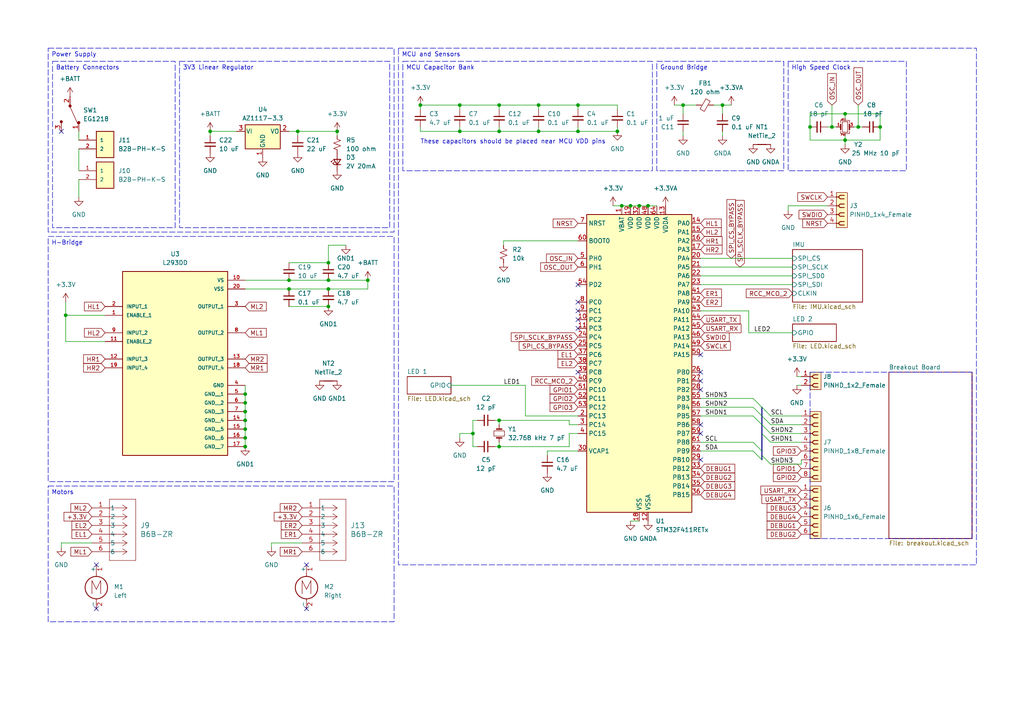
<source format=kicad_sch>
(kicad_sch (version 20230121) (generator eeschema)
  (paper "A4")
  (title_block (title "Mouse Potato") (date "2024-01-16") (rev "1.1.0") (company "UCLA Micromouse 2023-24 Team 2"))
  (lib_symbols
    (symbol "B2B-PH-K-S_LF__SN_:B2B-PH-K-S_LF__SN_" (pin_names (offset 1.016))
      (property "Reference" "J" (at -2.5444 3.3077 0))
      (property "Value" "B2B-PH-K-S_LF__SN_" (at -2.5446 -7.6338 0))
      (symbol "B2B-PH-K-S_LF__SN__0_0"
        (pin passive line (at -7.62 0 0) (length 5.08) (name "1") (number "1"))
        (pin passive line (at -7.62 -2.54 0) (length 5.08) (name "2") (number "2"))
      )
    )
    (symbol "B6B_ZR:B6B-ZR" (pin_names (offset 0.254))
      (property "Reference" "J" (at 8.89 6.35 0))
      (property "Value" "B6B-ZR" (at 0 0 0))
      (symbol "B6B-ZR_1_1"
        (pin unspecified line (at 0 0 0) (length 5.08) (name "1") (number "1"))
        (pin unspecified line (at 0 -2.54 0) (length 5.08) (name "2") (number "2"))
        (pin unspecified line (at 0 -5.08 0) (length 5.08) (name "3") (number "3"))
        (pin unspecified line (at 0 -7.62 0) (length 5.08) (name "4") (number "4"))
        (pin unspecified line (at 0 -10.16 0) (length 5.08) (name "5") (number "5"))
        (pin unspecified line (at 0 -12.7 0) (length 5.08) (name "6") (number "6"))
      )
      (symbol "B6B-ZR_1_2"
        (pin unspecified line (at 0 0 0) (length 5.08) (name "1") (number "1"))
        (pin unspecified line (at 0 -2.54 0) (length 5.08) (name "2") (number "2"))
        (pin unspecified line (at 0 -5.08 0) (length 5.08) (name "3") (number "3"))
        (pin unspecified line (at 0 -7.62 0) (length 5.08) (name "4") (number "4"))
        (pin unspecified line (at 0 -10.16 0) (length 5.08) (name "5") (number "5"))
        (pin unspecified line (at 0 -12.7 0) (length 5.08) (name "6") (number "6"))
      )
    )
    (symbol "Device:C_Small" (pin_numbers hide) (pin_names (offset 0.254) hide)
      (property "Reference" "C" (at 0.254 1.778 0))
      (property "Value" "C_Small" (at 0.254 -2.032 0))
      (symbol "C_Small_1_1"
        (pin passive line (at 0 2.54 270) (length 2.032) (name "~") (number "1"))
        (pin passive line (at 0 -2.54 90) (length 2.032) (name "~") (number "2"))
      )
    )
    (symbol "Device:Crystal_GND24_Small" (pin_names (offset 1.016) hide)
      (property "Reference" "Y" (at 1.27 4.445 0))
      (property "Value" "Crystal_GND24_Small" (at 1.27 2.54 0))
      (symbol "Crystal_GND24_Small_1_1"
        (pin passive line (at -2.54 0 0) (length 1.27) (name "1") (number "1"))
        (pin passive line (at 0 -2.54 90) (length 0.635) (name "2") (number "2"))
        (pin passive line (at 2.54 0 180) (length 1.27) (name "3") (number "3"))
        (pin passive line (at 0 2.54 270) (length 0.635) (name "4") (number "4"))
      )
    )
    (symbol "Device:Crystal_Small" (pin_numbers hide) (pin_names (offset 1.016) hide)
      (property "Reference" "Y" (at 0 2.54 0))
      (property "Value" "Crystal_Small" (at 0 -2.54 0))
      (symbol "Crystal_Small_1_1"
        (pin passive line (at -2.54 0 0) (length 1.27) (name "1") (number "1"))
        (pin passive line (at 2.54 0 180) (length 1.27) (name "2") (number "2"))
      )
    )
    (symbol "Device:FerriteBead_Small" (pin_numbers hide) (pin_names (offset 0))
      (property "Reference" "FB" (at 1.905 1.27 0))
      (property "Value" "FerriteBead_Small" (at 1.905 -1.27 0))
      (symbol "FerriteBead_Small_1_1"
        (pin passive line (at 0 2.54 270) (length 1.27) (name "~") (number "1"))
        (pin passive line (at 0 -2.54 90) (length 1.27) (name "~") (number "2"))
      )
    )
    (symbol "Device:LED_Small" (pin_numbers hide) (pin_names (offset 0.254) hide)
      (property "Reference" "D" (at -1.27 3.175 0))
      (property "Value" "LED_Small" (at -4.445 -2.54 0))
      (symbol "LED_Small_1_1"
        (pin passive line (at -2.54 0 0) (length 1.778) (name "K") (number "1"))
        (pin passive line (at 2.54 0 180) (length 1.778) (name "A") (number "2"))
      )
    )
    (symbol "Device:NetTie_2" (pin_numbers hide) (pin_names (offset 0) hide) (in_bom no)
      (property "Reference" "NT" (at 0 1.27 0))
      (property "Value" "NetTie_2" (at 0 -1.27 0))
      (symbol "NetTie_2_1_1"
        (pin passive line (at -2.54 0 0) (length 2.54) (name "1") (number "1"))
        (pin passive line (at 2.54 0 180) (length 2.54) (name "2") (number "2"))
      )
    )
    (symbol "Device:R_Small_US" (pin_numbers hide) (pin_names (offset 0.254) hide)
      (property "Reference" "R" (at 0.762 0.508 0))
      (property "Value" "R_Small_US" (at 0.762 -1.016 0))
      (symbol "R_Small_US_1_1"
        (pin passive line (at 0 2.54 270) (length 1.016) (name "~") (number "1"))
        (pin passive line (at 0 -2.54 90) (length 1.016) (name "~") (number "2"))
      )
    )
    (symbol "L293DD:L293DD" (pin_names (offset 1.016))
      (property "Reference" "U" (at -15 18.7 0))
      (property "Value" "L293DD" (at -15 -37.78 0))
      (symbol "L293DD_0_0"
        (pin input line (at -20.32 5.08 0) (length 5.08) (name "ENABLE_1") (number "1"))
        (pin power_in line (at 20.32 15.24 180) (length 5.08) (name "VS") (number "10"))
        (pin input line (at -20.32 -2.54 0) (length 5.08) (name "ENABLE_2") (number "11"))
        (pin input line (at -20.32 -7.62 0) (length 5.08) (name "INPUT_3") (number "12"))
        (pin output line (at 20.32 -7.62 180) (length 5.08) (name "OUTPUT_3") (number "13"))
        (pin power_in line (at 20.32 -25.4 180) (length 5.08) (name "GND__4") (number "14"))
        (pin power_in line (at 20.32 -27.94 180) (length 5.08) (name "GND__5") (number "15"))
        (pin power_in line (at 20.32 -30.48 180) (length 5.08) (name "GND__6") (number "16"))
        (pin power_in line (at 20.32 -33.02 180) (length 5.08) (name "GND__7") (number "17"))
        (pin output line (at 20.32 -10.16 180) (length 5.08) (name "OUTPUT_4") (number "18"))
        (pin input line (at -20.32 -10.16 0) (length 5.08) (name "INPUT_4") (number "19"))
        (pin input line (at -20.32 7.62 0) (length 5.08) (name "INPUT_1") (number "2"))
        (pin power_in line (at 20.32 12.7 180) (length 5.08) (name "VSS") (number "20"))
        (pin output line (at 20.32 7.62 180) (length 5.08) (name "OUTPUT_1") (number "3"))
        (pin power_in line (at 20.32 -15.24 180) (length 5.08) (name "GND") (number "4"))
        (pin power_in line (at 20.32 -17.78 180) (length 5.08) (name "GND__1") (number "5"))
        (pin power_in line (at 20.32 -20.32 180) (length 5.08) (name "GND__2") (number "6"))
        (pin power_in line (at 20.32 -22.86 180) (length 5.08) (name "GND__3") (number "7"))
        (pin output line (at 20.32 0 180) (length 5.08) (name "OUTPUT_2") (number "8"))
        (pin input line (at -20.32 0 0) (length 5.08) (name "INPUT_2") (number "9"))
      )
    )
    (symbol "MCU_ST_STM32F4:STM32F411RETx"
      (property "Reference" "U" (at -15.24 44.45 0))
      (property "Value" "STM32F411RETx" (at 10.16 44.45 0))
      (symbol "STM32F411RETx_1_1"
        (pin power_in line (at -5.08 45.72 270) (length 2.54) (name "VBAT") (number "1"))
        (pin bidirectional line (at -17.78 12.7 0) (length 2.54) (name "PC2") (number "10"))
        (pin bidirectional line (at -17.78 10.16 0) (length 2.54) (name "PC3") (number "11"))
        (pin power_in line (at 2.54 -45.72 90) (length 2.54) (name "VSSA") (number "12"))
        (pin power_in line (at 7.62 45.72 270) (length 2.54) (name "VDDA") (number "13"))
        (pin bidirectional line (at 17.78 40.64 180) (length 2.54) (name "PA0") (number "14"))
        (pin bidirectional line (at 17.78 38.1 180) (length 2.54) (name "PA1") (number "15"))
        (pin bidirectional line (at 17.78 35.56 180) (length 2.54) (name "PA2") (number "16"))
        (pin bidirectional line (at 17.78 33.02 180) (length 2.54) (name "PA3") (number "17"))
        (pin power_in line (at 0 -45.72 90) (length 2.54) (name "VSS") (number "18"))
        (pin power_in line (at -2.54 45.72 270) (length 2.54) (name "VDD") (number "19"))
        (pin bidirectional line (at -17.78 -15.24 0) (length 2.54) (name "PC13") (number "2"))
        (pin bidirectional line (at 17.78 30.48 180) (length 2.54) (name "PA4") (number "20"))
        (pin bidirectional line (at 17.78 27.94 180) (length 2.54) (name "PA5") (number "21"))
        (pin bidirectional line (at 17.78 25.4 180) (length 2.54) (name "PA6") (number "22"))
        (pin bidirectional line (at 17.78 22.86 180) (length 2.54) (name "PA7") (number "23"))
        (pin bidirectional line (at -17.78 7.62 0) (length 2.54) (name "PC4") (number "24"))
        (pin bidirectional line (at -17.78 5.08 0) (length 2.54) (name "PC5") (number "25"))
        (pin bidirectional line (at 17.78 -2.54 180) (length 2.54) (name "PB0") (number "26"))
        (pin bidirectional line (at 17.78 -5.08 180) (length 2.54) (name "PB1") (number "27"))
        (pin bidirectional line (at 17.78 -7.62 180) (length 2.54) (name "PB2") (number "28"))
        (pin bidirectional line (at 17.78 -27.94 180) (length 2.54) (name "PB10") (number "29"))
        (pin bidirectional line (at -17.78 -17.78 0) (length 2.54) (name "PC14") (number "3"))
        (pin power_out line (at -17.78 -25.4 0) (length 2.54) (name "VCAP1") (number "30"))
        (pin passive line (at 0 -45.72 90) (length 2.54) hide (name "VSS") (number "31"))
        (pin power_in line (at 0 45.72 270) (length 2.54) (name "VDD") (number "32"))
        (pin bidirectional line (at 17.78 -30.48 180) (length 2.54) (name "PB12") (number "33"))
        (pin bidirectional line (at 17.78 -33.02 180) (length 2.54) (name "PB13") (number "34"))
        (pin bidirectional line (at 17.78 -35.56 180) (length 2.54) (name "PB14") (number "35"))
        (pin bidirectional line (at 17.78 -38.1 180) (length 2.54) (name "PB15") (number "36"))
        (pin bidirectional line (at -17.78 2.54 0) (length 2.54) (name "PC6") (number "37"))
        (pin bidirectional line (at -17.78 0 0) (length 2.54) (name "PC7") (number "38"))
        (pin bidirectional line (at -17.78 -2.54 0) (length 2.54) (name "PC8") (number "39"))
        (pin bidirectional line (at -17.78 -20.32 0) (length 2.54) (name "PC15") (number "4"))
        (pin bidirectional line (at -17.78 -5.08 0) (length 2.54) (name "PC9") (number "40"))
        (pin bidirectional line (at 17.78 20.32 180) (length 2.54) (name "PA8") (number "41"))
        (pin bidirectional line (at 17.78 17.78 180) (length 2.54) (name "PA9") (number "42"))
        (pin bidirectional line (at 17.78 15.24 180) (length 2.54) (name "PA10") (number "43"))
        (pin bidirectional line (at 17.78 12.7 180) (length 2.54) (name "PA11") (number "44"))
        (pin bidirectional line (at 17.78 10.16 180) (length 2.54) (name "PA12") (number "45"))
        (pin bidirectional line (at 17.78 7.62 180) (length 2.54) (name "PA13") (number "46"))
        (pin passive line (at 0 -45.72 90) (length 2.54) hide (name "VSS") (number "47"))
        (pin power_in line (at 2.54 45.72 270) (length 2.54) (name "VDD") (number "48"))
        (pin bidirectional line (at 17.78 5.08 180) (length 2.54) (name "PA14") (number "49"))
        (pin bidirectional line (at -17.78 30.48 0) (length 2.54) (name "PH0") (number "5"))
        (pin bidirectional line (at 17.78 2.54 180) (length 2.54) (name "PA15") (number "50"))
        (pin bidirectional line (at -17.78 -7.62 0) (length 2.54) (name "PC10") (number "51"))
        (pin bidirectional line (at -17.78 -10.16 0) (length 2.54) (name "PC11") (number "52"))
        (pin bidirectional line (at -17.78 -12.7 0) (length 2.54) (name "PC12") (number "53"))
        (pin bidirectional line (at -17.78 22.86 0) (length 2.54) (name "PD2") (number "54"))
        (pin bidirectional line (at 17.78 -10.16 180) (length 2.54) (name "PB3") (number "55"))
        (pin bidirectional line (at 17.78 -12.7 180) (length 2.54) (name "PB4") (number "56"))
        (pin bidirectional line (at 17.78 -15.24 180) (length 2.54) (name "PB5") (number "57"))
        (pin bidirectional line (at 17.78 -17.78 180) (length 2.54) (name "PB6") (number "58"))
        (pin bidirectional line (at 17.78 -20.32 180) (length 2.54) (name "PB7") (number "59"))
        (pin bidirectional line (at -17.78 27.94 0) (length 2.54) (name "PH1") (number "6"))
        (pin input line (at -17.78 35.56 0) (length 2.54) (name "BOOT0") (number "60"))
        (pin bidirectional line (at 17.78 -22.86 180) (length 2.54) (name "PB8") (number "61"))
        (pin bidirectional line (at 17.78 -25.4 180) (length 2.54) (name "PB9") (number "62"))
        (pin passive line (at 0 -45.72 90) (length 2.54) hide (name "VSS") (number "63"))
        (pin power_in line (at 5.08 45.72 270) (length 2.54) (name "VDD") (number "64"))
        (pin input line (at -17.78 40.64 0) (length 2.54) (name "NRST") (number "7"))
        (pin bidirectional line (at -17.78 17.78 0) (length 2.54) (name "PC0") (number "8"))
        (pin bidirectional line (at -17.78 15.24 0) (length 2.54) (name "PC1") (number "9"))
      )
    )
    (symbol "Motor:Motor_DC" (pin_names (offset 0))
      (property "Reference" "M" (at 2.54 2.54 0))
      (property "Value" "Motor_DC" (at 2.54 -5.08 0))
      (symbol "Motor_DC_1_1"
        (pin passive line (at 0 5.08 270) (length 2.54) (name "+") (number "1"))
        (pin passive line (at 0 -7.62 90) (length 2.54) (name "-") (number "2"))
      )
    )
    (symbol "PCM_SL_Pin_Headers:PINHD_1x2_Female"
      (property "Reference" "J" (at 0 7.62 0))
      (property "Value" "PINHD_1x2_Female" (at 0 5.08 0))
      (symbol "PINHD_1x2_Female_1_1"
        (pin passive line (at -3.81 1.27 0) (length 2.54) (name "") (number "1"))
        (pin passive line (at -3.81 -1.27 0) (length 2.54) (name "") (number "2"))
      )
    )
    (symbol "PCM_SL_Pin_Headers:PINHD_1x4_Female"
      (property "Reference" "J" (at 0 10.16 0))
      (property "Value" "PINHD_1x4_Female" (at 0 7.62 0))
      (symbol "PINHD_1x4_Female_1_1"
        (pin passive line (at -3.81 3.81 0) (length 2.54) (name "") (number "1"))
        (pin passive line (at -3.81 1.27 0) (length 2.54) (name "") (number "2"))
        (pin passive line (at -3.81 -1.27 0) (length 2.54) (name "") (number "3"))
        (pin passive line (at -3.81 -3.81 0) (length 2.54) (name "") (number "4"))
      )
    )
    (symbol "PCM_SL_Pin_Headers:PINHD_1x6_Female"
      (property "Reference" "J" (at 0 12.7 0))
      (property "Value" "PINHD_1x6_Female" (at 0 10.16 0))
      (symbol "PINHD_1x6_Female_1_1"
        (pin passive line (at -3.81 6.35 0) (length 2.54) (name "") (number "1"))
        (pin passive line (at -3.81 3.81 0) (length 2.54) (name "") (number "2"))
        (pin passive line (at -3.81 1.27 0) (length 2.54) (name "") (number "3"))
        (pin passive line (at -3.81 -1.27 0) (length 2.54) (name "") (number "4"))
        (pin passive line (at -3.81 -3.81 0) (length 2.54) (name "") (number "5"))
        (pin passive line (at -3.81 -6.35 0) (length 2.54) (name "") (number "6"))
      )
    )
    (symbol "PCM_SL_Pin_Headers:PINHD_1x8_Female"
      (property "Reference" "J" (at 0 15.24 0))
      (property "Value" "PINHD_1x8_Female" (at 0 12.7 0))
      (symbol "PINHD_1x8_Female_1_1"
        (pin passive line (at -3.81 8.89 0) (length 2.54) (name "") (number "1"))
        (pin passive line (at -3.81 6.35 0) (length 2.54) (name "") (number "2"))
        (pin passive line (at -3.81 3.81 0) (length 2.54) (name "") (number "3"))
        (pin passive line (at -3.81 1.27 0) (length 2.54) (name "") (number "4"))
        (pin passive line (at -3.81 -1.27 0) (length 2.54) (name "") (number "5"))
        (pin passive line (at -3.81 -3.81 0) (length 2.54) (name "") (number "6"))
        (pin passive line (at -3.81 -6.35 0) (length 2.54) (name "") (number "7"))
        (pin passive line (at -3.81 -8.89 0) (length 2.54) (name "") (number "8"))
      )
    )
    (symbol "Regulator_Linear:AZ1117-3.3" (pin_names (offset 0.254))
      (property "Reference" "U" (at -3.81 3.175 0))
      (property "Value" "AZ1117-3.3" (at 0 3.175 0))
      (symbol "AZ1117-3.3_1_1"
        (pin power_in line (at 0 -7.62 90) (length 2.54) (name "GND") (number "1"))
        (pin power_out line (at 7.62 0 180) (length 2.54) (name "VO") (number "2"))
        (pin power_in line (at -7.62 0 0) (length 2.54) (name "VI") (number "3"))
      )
    )
    (symbol "dk_Slide-Switches:EG1218" (pin_names (offset 0))
      (property "Reference" "S" (at -3.81 2.286 0))
      (property "Value" "EG1218" (at 0 -5.334 0))
      (symbol "EG1218_1_1"
        (pin passive line (at 5.08 2.54 180) (length 2.54) (name "~") (number "1"))
        (pin passive line (at -5.08 0 0) (length 2.54) (name "~") (number "2"))
        (pin passive line (at 5.08 -2.54 180) (length 2.54) (name "~") (number "3"))
      )
    )
    (symbol "power:+3.3V" (power) (pin_names (offset 0))
      (property "Value" "+3.3V" (at 0 3.556 0))
      (symbol "+3.3V_1_1"
        (pin power_in line (at 0 0 90) (length 0) hide (name "+3.3V") (number "1"))
      )
    )
    (symbol "power:+3.3VA" (power) (pin_names (offset 0))
      (property "Value" "+3.3VA" (at 0 3.556 0))
      (symbol "+3.3VA_1_1"
        (pin power_in line (at 0 0 90) (length 0) hide (name "+3.3VA") (number "1"))
      )
    )
    (symbol "power:+BATT" (power) (pin_names (offset 0))
      (property "Value" "+BATT" (at 0 3.556 0))
      (symbol "+BATT_1_1"
        (pin power_in line (at 0 0 90) (length 0) hide (name "+BATT") (number "1"))
      )
    )
    (symbol "power:GND" (power) (pin_names (offset 0))
      (property "Value" "GND" (at 0 -3.81 0))
      (symbol "GND_1_1"
        (pin power_in line (at 0 0 270) (length 0) hide (name "GND") (number "1"))
      )
    )
    (symbol "power:GND1" (power) (pin_names (offset 0))
      (property "Value" "GND1" (at 0 -3.81 0))
      (symbol "GND1_1_1"
        (pin power_in line (at 0 0 270) (length 0) hide (name "GND1") (number "1"))
      )
    )
    (symbol "power:GNDA" (power) (pin_names (offset 0))
      (property "Value" "GNDA" (at 0 -3.81 0))
      (symbol "GNDA_1_1"
        (pin power_in line (at 0 0 270) (length 0) hide (name "GNDA") (number "1"))
      )
    )
  )
  (junction (at 198.12 30.48))
  (junction (at 241.3 36.83))
  (junction (at 121.92 30.48))
  (junction (at 71.12 129.54))
  (junction (at 182.88 59.69))
  (junction (at 60.96 38.1))
  (junction (at 133.35 38.1))
  (junction (at 167.64 38.1))
  (junction (at 133.35 30.48))
  (junction (at 144.78 30.48))
  (junction (at 95.25 88.9))
  (junction (at 209.55 30.48))
  (junction (at 106.68 81.28))
  (junction (at 71.12 114.3))
  (junction (at 234.95 36.83))
  (junction (at 95.25 83.82))
  (junction (at 245.11 33.02))
  (junction (at 248.92 36.83))
  (junction (at 95.25 76.2))
  (junction (at 71.12 121.92))
  (junction (at 97.79 38.1))
  (junction (at 19.05 91.44))
  (junction (at 179.07 38.1))
  (junction (at 255.27 36.83))
  (junction (at 185.42 59.69))
  (junction (at 167.64 30.48))
  (junction (at 71.12 119.38))
  (junction (at 245.11 40.64))
  (junction (at 187.96 59.69))
  (junction (at 95.25 81.28))
  (junction (at 137.16 125.73))
  (junction (at 83.82 81.28))
  (junction (at 71.12 116.84))
  (junction (at 144.78 38.1))
  (junction (at 156.21 38.1))
  (junction (at 144.78 121.92))
  (junction (at 71.12 127))
  (junction (at 156.21 30.48))
  (junction (at 83.82 83.82))
  (junction (at 86.36 38.1))
  (junction (at 144.78 129.54))
  (junction (at 180.34 59.69))
  (junction (at 71.12 124.46))
  (no_connect (at 27.94 163.83))
  (no_connect (at 203.2 113.03))
  (no_connect (at 88.9 163.83))
  (no_connect (at 203.2 107.95))
  (no_connect (at 167.64 90.17))
  (no_connect (at 167.64 95.25))
  (no_connect (at 167.64 92.71))
  (no_connect (at 203.2 123.19))
  (no_connect (at 167.64 107.95))
  (no_connect (at 27.94 176.53))
  (no_connect (at 203.2 110.49))
  (no_connect (at 17.78 38.1))
  (no_connect (at 203.2 125.73))
  (no_connect (at 203.2 133.35))
  (no_connect (at 203.2 102.87))
  (no_connect (at 88.9 176.53))
  (no_connect (at 167.64 87.63))
  (no_connect (at 167.64 82.55))
  (bus_entry (at 220.98 132.08) (size 2.54 2.54))
  (bus_entry (at 220.98 130.81) (size -2.54 -2.54))
  (bus_entry (at 220.98 123.19) (size -2.54 -2.54))
  (bus_entry (at 220.98 125.73) (size 2.54 2.54))
  (bus_entry (at 220.98 123.19) (size 2.54 2.54))
  (bus_entry (at 220.98 133.35) (size -2.54 -2.54))
  (bus_entry (at 220.98 118.11) (size -2.54 -2.54))
  (bus_entry (at 220.98 118.11) (size 2.54 2.54))
  (bus_entry (at 220.98 120.65) (size -2.54 -2.54))
  (bus_entry (at 220.98 120.65) (size 2.54 2.54))
  (wire (pts (xy 223.52 134.62) (xy 232.41 134.62)))
  (wire (pts (xy 203.2 130.81) (xy 218.44 130.81)))
  (wire (pts (xy 217.17 96.52) (xy 217.17 90.17)))
  (wire (pts (xy 146.05 69.85) (xy 146.05 71.12)))
  (wire (pts (xy 137.16 129.54) (xy 138.43 129.54)))
  (wire (pts (xy 26.67 157.48) (xy 17.78 157.48)))
  (wire (pts (xy 144.78 38.1) (xy 144.78 36.83)))
  (wire (pts (xy 133.35 30.48) (xy 144.78 30.48)))
  (bus (pts (xy 220.98 123.19) (xy 220.98 125.73)))
  (wire (pts (xy 144.78 38.1) (xy 156.21 38.1)))
  (wire (pts (xy 248.92 30.48) (xy 248.92 36.83)))
  (wire (pts (xy 133.35 125.73) (xy 137.16 125.73)))
  (wire (pts (xy 133.35 38.1) (xy 133.35 36.83)))
  (wire (pts (xy 121.92 30.48) (xy 133.35 30.48)))
  (wire (pts (xy 60.96 38.1) (xy 68.58 38.1)))
  (wire (pts (xy 209.55 30.48) (xy 212.09 30.48)))
  (wire (pts (xy 143.51 121.92) (xy 144.78 121.92)))
  (wire (pts (xy 207.01 30.48) (xy 209.55 30.48)))
  (wire (pts (xy 19.05 91.44) (xy 30.48 91.44)))
  (wire (pts (xy 241.3 36.83) (xy 242.57 36.83)))
  (wire (pts (xy 17.78 157.48) (xy 17.78 158.75)))
  (wire (pts (xy 255.27 33.02) (xy 255.27 36.83)))
  (wire (pts (xy 180.34 59.69) (xy 182.88 59.69)))
  (wire (pts (xy 167.64 38.1) (xy 167.64 36.83)))
  (wire (pts (xy 223.52 123.19) (xy 232.41 123.19)))
  (wire (pts (xy 71.12 114.3) (xy 71.12 116.84)))
  (wire (pts (xy 144.78 30.48) (xy 156.21 30.48)))
  (wire (pts (xy 179.07 30.48) (xy 179.07 31.75)))
  (wire (pts (xy 223.52 128.27) (xy 232.41 128.27)))
  (wire (pts (xy 30.48 99.06) (xy 19.05 99.06)))
  (wire (pts (xy 22.86 38.1) (xy 22.86 40.64)))
  (wire (pts (xy 83.82 38.1) (xy 86.36 38.1)))
  (wire (pts (xy 19.05 99.06) (xy 19.05 91.44)))
  (wire (pts (xy 71.12 119.38) (xy 71.12 121.92)))
  (wire (pts (xy 231.14 111.76) (xy 232.41 111.76)))
  (wire (pts (xy 203.2 120.65) (xy 218.44 120.65)))
  (wire (pts (xy 177.8 59.69) (xy 180.34 59.69)))
  (wire (pts (xy 245.11 33.02) (xy 255.27 33.02)))
  (wire (pts (xy 60.96 39.37) (xy 60.96 38.1)))
  (wire (pts (xy 71.12 127) (xy 71.12 129.54)))
  (wire (pts (xy 83.82 88.9) (xy 95.25 88.9)))
  (wire (pts (xy 245.11 40.64) (xy 245.11 39.37)))
  (wire (pts (xy 217.17 90.17) (xy 203.2 90.17)))
  (wire (pts (xy 203.2 82.55) (xy 229.87 82.55)))
  (wire (pts (xy 245.11 41.91) (xy 245.11 40.64)))
  (wire (pts (xy 185.42 59.69) (xy 187.96 59.69)))
  (wire (pts (xy 165.1 125.73) (xy 165.1 129.54)))
  (wire (pts (xy 228.6 59.69) (xy 228.6 60.96)))
  (wire (pts (xy 71.12 121.92) (xy 71.12 124.46)))
  (wire (pts (xy 22.86 43.18) (xy 22.86 49.53)))
  (wire (pts (xy 152.4 111.76) (xy 152.4 120.65)))
  (wire (pts (xy 95.25 81.28) (xy 106.68 81.28)))
  (wire (pts (xy 137.16 125.73) (xy 137.16 129.54)))
  (wire (pts (xy 209.55 39.37) (xy 209.55 38.1)))
  (wire (pts (xy 144.78 30.48) (xy 144.78 31.75)))
  (wire (pts (xy 158.75 130.81) (xy 158.75 132.08)))
  (wire (pts (xy 144.78 129.54) (xy 144.78 128.27)))
  (bus (pts (xy 220.98 118.11) (xy 220.98 120.65)))
  (wire (pts (xy 241.3 30.48) (xy 241.3 36.83)))
  (wire (pts (xy 106.68 81.28) (xy 106.68 83.82)))
  (wire (pts (xy 231.14 109.22) (xy 232.41 109.22)))
  (wire (pts (xy 198.12 39.37) (xy 198.12 38.1)))
  (wire (pts (xy 71.12 81.28) (xy 83.82 81.28)))
  (wire (pts (xy 167.64 130.81) (xy 158.75 130.81)))
  (wire (pts (xy 165.1 121.92) (xy 144.78 121.92)))
  (wire (pts (xy 71.12 124.46) (xy 71.12 127)))
  (wire (pts (xy 167.64 30.48) (xy 179.07 30.48)))
  (bus (pts (xy 220.98 130.81) (xy 220.98 132.08)))
  (wire (pts (xy 133.35 30.48) (xy 133.35 31.75)))
  (wire (pts (xy 133.35 38.1) (xy 144.78 38.1)))
  (wire (pts (xy 22.86 52.07) (xy 22.86 57.15)))
  (wire (pts (xy 71.12 111.76) (xy 71.12 114.3)))
  (wire (pts (xy 203.2 115.57) (xy 218.44 115.57)))
  (wire (pts (xy 86.36 39.37) (xy 86.36 38.1)))
  (wire (pts (xy 245.11 40.64) (xy 234.95 40.64)))
  (wire (pts (xy 167.64 123.19) (xy 165.1 123.19)))
  (wire (pts (xy 165.1 125.73) (xy 167.64 125.73)))
  (wire (pts (xy 121.92 38.1) (xy 133.35 38.1)))
  (wire (pts (xy 87.63 157.48) (xy 78.74 157.48)))
  (wire (pts (xy 245.11 40.64) (xy 255.27 40.64)))
  (wire (pts (xy 137.16 121.92) (xy 138.43 121.92)))
  (wire (pts (xy 121.92 30.48) (xy 121.92 31.75)))
  (wire (pts (xy 146.05 69.85) (xy 167.64 69.85)))
  (wire (pts (xy 143.51 129.54) (xy 144.78 129.54)))
  (wire (pts (xy 223.52 125.73) (xy 232.41 125.73)))
  (wire (pts (xy 71.12 116.84) (xy 71.12 119.38)))
  (bus (pts (xy 220.98 125.73) (xy 220.98 130.81)))
  (wire (pts (xy 144.78 121.92) (xy 144.78 123.19)))
  (wire (pts (xy 187.96 59.69) (xy 190.5 59.69)))
  (wire (pts (xy 245.11 34.29) (xy 245.11 33.02)))
  (wire (pts (xy 19.05 91.44) (xy 19.05 87.63)))
  (wire (pts (xy 83.82 76.2) (xy 95.25 76.2)))
  (wire (pts (xy 121.92 38.1) (xy 121.92 36.83)))
  (wire (pts (xy 133.35 127) (xy 133.35 125.73)))
  (wire (pts (xy 156.21 30.48) (xy 167.64 30.48)))
  (wire (pts (xy 156.21 38.1) (xy 167.64 38.1)))
  (wire (pts (xy 71.12 83.82) (xy 83.82 83.82)))
  (wire (pts (xy 198.12 30.48) (xy 201.93 30.48)))
  (wire (pts (xy 198.12 30.48) (xy 198.12 33.02)))
  (wire (pts (xy 250.19 36.83) (xy 248.92 36.83)))
  (wire (pts (xy 179.07 36.83) (xy 179.07 38.1)))
  (wire (pts (xy 95.25 83.82) (xy 106.68 83.82)))
  (wire (pts (xy 203.2 128.27) (xy 218.44 128.27)))
  (wire (pts (xy 182.88 151.13) (xy 185.42 151.13)))
  (wire (pts (xy 240.03 36.83) (xy 241.3 36.83)))
  (wire (pts (xy 182.88 59.69) (xy 185.42 59.69)))
  (bus (pts (xy 220.98 120.65) (xy 220.98 123.19)))
  (wire (pts (xy 203.2 80.01) (xy 229.87 80.01)))
  (wire (pts (xy 209.55 30.48) (xy 209.55 33.02)))
  (wire (pts (xy 234.95 33.02) (xy 234.95 36.83)))
  (wire (pts (xy 245.11 33.02) (xy 234.95 33.02)))
  (wire (pts (xy 95.25 71.12) (xy 100.33 71.12)))
  (wire (pts (xy 156.21 38.1) (xy 156.21 36.83)))
  (wire (pts (xy 167.64 120.65) (xy 152.4 120.65)))
  (wire (pts (xy 130.81 111.76) (xy 152.4 111.76)))
  (wire (pts (xy 156.21 30.48) (xy 156.21 31.75)))
  (wire (pts (xy 217.17 96.52) (xy 229.87 96.52)))
  (wire (pts (xy 240.03 59.69) (xy 228.6 59.69)))
  (wire (pts (xy 203.2 118.11) (xy 218.44 118.11)))
  (wire (pts (xy 137.16 121.92) (xy 137.16 125.73)))
  (wire (pts (xy 167.64 30.48) (xy 167.64 31.75)))
  (wire (pts (xy 83.82 83.82) (xy 95.25 83.82)))
  (bus (pts (xy 220.98 132.08) (xy 220.98 133.35)))
  (wire (pts (xy 167.64 38.1) (xy 179.07 38.1)))
  (wire (pts (xy 95.25 71.12) (xy 95.25 76.2)))
  (wire (pts (xy 232.41 134.62) (xy 232.41 133.35)))
  (wire (pts (xy 97.79 39.37) (xy 97.79 38.1)))
  (wire (pts (xy 255.27 36.83) (xy 255.27 40.64)))
  (wire (pts (xy 86.36 38.1) (xy 97.79 38.1)))
  (wire (pts (xy 234.95 36.83) (xy 234.95 40.64)))
  (wire (pts (xy 78.74 157.48) (xy 78.74 158.75)))
  (wire (pts (xy 223.52 120.65) (xy 232.41 120.65)))
  (wire (pts (xy 248.92 36.83) (xy 247.65 36.83)))
  (wire (pts (xy 203.2 74.93) (xy 229.87 74.93)))
  (wire (pts (xy 165.1 121.92) (xy 165.1 123.19)))
  (wire (pts (xy 203.2 77.47) (xy 229.87 77.47)))
  (wire (pts (xy 165.1 129.54) (xy 144.78 129.54)))
  (wire (pts (xy 83.82 81.28) (xy 95.25 81.28)))
  (wire (pts (xy 195.58 30.48) (xy 198.12 30.48)))
  (rectangle (start 234.95 107.95) (end 281.94 156.21) (stroke (width 0) (type dash)))
  (text_box "H-Bridge" (at 13.97 68.58 0) (size 100.33 71.12) (stroke (width 0) (type dash)) (effects (font (size 1.27 1.27)) (justify left top)))
  (text_box "3V3 Linear Regulator" (at 52.07 17.78 0) (size 60.96 48.26) (stroke (width 0) (type dash)) (effects (font (size 1.27 1.27)) (justify left top)))
  (text_box "Ground Bridge" (at 190.5 17.78 0) (size 36.83 31.75) (stroke (width 0) (type dash)) (effects (font (size 1.27 1.27)) (justify left top)))
  (text_box "MCU and Sensors\n" (at 115.57 13.97 0) (size 167.64 149.86) (stroke (width 0) (type dash)) (effects (font (size 1.27 1.27)) (justify left top)))
  (text_box "Motors" (at 13.97 140.97 0) (size 100.33 39.37) (stroke (width 0) (type dash)) (effects (font (size 1.27 1.27)) (justify left top)))
  (text_box "MCU Capacitor Bank" (at 116.84 17.78 0) (size 72.39 31.75) (stroke (width 0) (type dash)) (effects (font (size 1.27 1.27)) (justify left top)))
  (text_box "Power Supply" (at 13.97 13.97 0) (size 100.33 53.34) (stroke (width 0) (type dash)) (effects (font (size 1.27 1.27)) (justify left top)))
  (text_box "High Speed Clock" (at 228.6 17.78 0) (size 34.29 31.75) (stroke (width 0) (type dash)) (effects (font (size 1.27 1.27)) (justify left top)))
  (text_box "Battery Connectors" (at 15.24 17.78 0) (size 35.56 48.26) (stroke (width 0) (type dash)) (effects (font (size 1.27 1.27)) (justify left top)))
  (text "These capacitors should be placed near MCU VDD pins" (at 121.92 41.91 0) (effects (font (size 1.27 1.27)) (justify left bottom)))
  (label "LED1" (at 146.05 111.76 0))
  (label "SCL" (at 204.47 128.27 0))
  (label "SHDN3" (at 204.47 115.57 0))
  (label "SDA" (at 204.47 130.81 0))
  (label "LED2" (at 223.52 96.52 180))
  (label "SHDN1" (at 223.52 128.27 0))
  (label "SHDN1" (at 204.47 120.65 0))
  (label "SDA" (at 223.52 123.19 0))
  (label "SHDN2" (at 204.47 118.11 0))
  (label "SCL" (at 223.52 120.65 0))
  (label "SHDN2" (at 223.52 125.73 0))
  (label "SHDN3" (at 223.52 134.62 0))
  (global_label "SWDIO" (shape input) (at 203.2 97.79 0) (property "Intersheetrefs" "${INTERSHEET_REFS}" (effects hide)))
  (global_label "DEBUG4" (shape input) (at 203.2 143.51 0) (property "Intersheetrefs" "${INTERSHEET_REFS}" (effects hide)))
  (global_label "RCC_MCO_2" (shape input) (at 167.64 110.49 180) (property "Intersheetrefs" "${INTERSHEET_REFS}" (effects hide)))
  (global_label "GPIO1" (shape input) (at 232.41 135.89 180) (property "Intersheetrefs" "${INTERSHEET_REFS}" (effects hide)))
  (global_label "HR2" (shape input) (at 30.48 106.68 180) (property "Intersheetrefs" "${INTERSHEET_REFS}" (effects hide)))
  (global_label "HL2" (shape input) (at 203.2 67.31 0) (property "Intersheetrefs" "${INTERSHEET_REFS}" (effects hide)))
  (global_label "EL1" (shape input) (at 26.67 154.94 180) (property "Intersheetrefs" "${INTERSHEET_REFS}" (effects hide)))
  (global_label "USART_TX" (shape input) (at 203.2 92.71 0) (property "Intersheetrefs" "${INTERSHEET_REFS}" (effects hide)))
  (global_label "GPIO1" (shape input) (at 167.64 113.03 180) (property "Intersheetrefs" "${INTERSHEET_REFS}" (effects hide)))
  (global_label "GPIO3" (shape input) (at 232.41 130.81 180) (property "Intersheetrefs" "${INTERSHEET_REFS}" (effects hide)))
  (global_label "ER2" (shape input) (at 87.63 152.4 180) (property "Intersheetrefs" "${INTERSHEET_REFS}" (effects hide)))
  (global_label "SPI_CS_BYPASS" (shape input) (at 212.09 74.93 90) (property "Intersheetrefs" "${INTERSHEET_REFS}" (effects hide)))
  (global_label "MR2" (shape input) (at 71.12 104.14 0) (property "Intersheetrefs" "${INTERSHEET_REFS}" (effects hide)))
  (global_label "DEBUG3" (shape input) (at 203.2 140.97 0) (property "Intersheetrefs" "${INTERSHEET_REFS}" (effects hide)))
  (global_label "USART_RX" (shape input) (at 203.2 95.25 0) (property "Intersheetrefs" "${INTERSHEET_REFS}" (effects hide)))
  (global_label "ML2" (shape input) (at 71.12 88.9 0) (property "Intersheetrefs" "${INTERSHEET_REFS}" (effects hide)))
  (global_label "OSC_IN" (shape input) (at 241.3 30.48 90) (property "Intersheetrefs" "${INTERSHEET_REFS}" (effects hide)))
  (global_label "ML1" (shape input) (at 26.67 160.02 180) (property "Intersheetrefs" "${INTERSHEET_REFS}" (effects hide)))
  (global_label "HL2" (shape input) (at 30.48 96.52 180) (property "Intersheetrefs" "${INTERSHEET_REFS}" (effects hide)))
  (global_label "DEBUG3" (shape input) (at 232.41 147.32 180) (property "Intersheetrefs" "${INTERSHEET_REFS}" (effects hide)))
  (global_label "MR1" (shape input) (at 71.12 106.68 0) (property "Intersheetrefs" "${INTERSHEET_REFS}" (effects hide)))
  (global_label "ER1" (shape input) (at 87.63 154.94 180) (property "Intersheetrefs" "${INTERSHEET_REFS}" (effects hide)))
  (global_label "ML2" (shape input) (at 26.67 147.32 180) (property "Intersheetrefs" "${INTERSHEET_REFS}" (effects hide)))
  (global_label "NRST" (shape input) (at 167.64 64.77 180) (property "Intersheetrefs" "${INTERSHEET_REFS}" (effects hide)))
  (global_label "RCC_MCO_2" (shape input) (at 229.87 85.09 180) (property "Intersheetrefs" "${INTERSHEET_REFS}" (effects hide)))
  (global_label "DEBUG1" (shape input) (at 203.2 135.89 0) (property "Intersheetrefs" "${INTERSHEET_REFS}" (effects hide)))
  (global_label "MR1" (shape input) (at 87.63 160.02 180) (property "Intersheetrefs" "${INTERSHEET_REFS}" (effects hide)))
  (global_label "OSC_IN" (shape input) (at 167.64 74.93 180) (property "Intersheetrefs" "${INTERSHEET_REFS}" (effects hide)))
  (global_label "DEBUG2" (shape input) (at 203.2 138.43 0) (property "Intersheetrefs" "${INTERSHEET_REFS}" (effects hide)))
  (global_label "GPIO2" (shape input) (at 232.41 138.43 180) (property "Intersheetrefs" "${INTERSHEET_REFS}" (effects hide)))
  (global_label "+3.3V" (shape input) (at 26.67 149.86 180) (property "Intersheetrefs" "${INTERSHEET_REFS}" (effects hide)))
  (global_label "GPIO2" (shape input) (at 167.64 115.57 180) (property "Intersheetrefs" "${INTERSHEET_REFS}" (effects hide)))
  (global_label "DEBUG1" (shape input) (at 232.41 152.4 180) (property "Intersheetrefs" "${INTERSHEET_REFS}" (effects hide)))
  (global_label "SPI_SCLK_BYPASS" (shape input) (at 214.63 77.47 90) (property "Intersheetrefs" "${INTERSHEET_REFS}" (effects hide)))
  (global_label "EL1" (shape input) (at 167.64 102.87 180) (property "Intersheetrefs" "${INTERSHEET_REFS}" (effects hide)))
  (global_label "EL2" (shape input) (at 167.64 105.41 180) (property "Intersheetrefs" "${INTERSHEET_REFS}" (effects hide)))
  (global_label "DEBUG4" (shape input) (at 232.41 149.86 180) (property "Intersheetrefs" "${INTERSHEET_REFS}" (effects hide)))
  (global_label "SPI_SCLK_BYPASS" (shape input) (at 167.64 97.79 180) (property "Intersheetrefs" "${INTERSHEET_REFS}" (effects hide)))
  (global_label "HR2" (shape input) (at 203.2 72.39 0) (property "Intersheetrefs" "${INTERSHEET_REFS}" (effects hide)))
  (global_label "ER2" (shape input) (at 203.2 87.63 0) (property "Intersheetrefs" "${INTERSHEET_REFS}" (effects hide)))
  (global_label "HR1" (shape input) (at 203.2 69.85 0) (property "Intersheetrefs" "${INTERSHEET_REFS}" (effects hide)))
  (global_label "SWCLK" (shape input) (at 203.2 100.33 0) (property "Intersheetrefs" "${INTERSHEET_REFS}" (effects hide)))
  (global_label "SWDIO" (shape input) (at 240.03 62.23 180) (property "Intersheetrefs" "${INTERSHEET_REFS}" (effects hide)))
  (global_label "ML1" (shape input) (at 71.12 96.52 0) (property "Intersheetrefs" "${INTERSHEET_REFS}" (effects hide)))
  (global_label "EL2" (shape input) (at 26.67 152.4 180) (property "Intersheetrefs" "${INTERSHEET_REFS}" (effects hide)))
  (global_label "HR1" (shape input) (at 30.48 104.14 180) (property "Intersheetrefs" "${INTERSHEET_REFS}" (effects hide)))
  (global_label "+3.3V" (shape input) (at 87.63 149.86 180) (property "Intersheetrefs" "${INTERSHEET_REFS}" (effects hide)))
  (global_label "USART_RX" (shape input) (at 232.41 142.24 180) (property "Intersheetrefs" "${INTERSHEET_REFS}" (effects hide)))
  (global_label "SWCLK" (shape input) (at 240.03 57.15 180) (property "Intersheetrefs" "${INTERSHEET_REFS}" (effects hide)))
  (global_label "USART_TX" (shape input) (at 232.41 144.78 180) (property "Intersheetrefs" "${INTERSHEET_REFS}" (effects hide)))
  (global_label "OSC_OUT" (shape input) (at 248.92 30.48 90) (property "Intersheetrefs" "${INTERSHEET_REFS}" (effects hide)))
  (global_label "GPIO3" (shape input) (at 167.64 118.11 180) (property "Intersheetrefs" "${INTERSHEET_REFS}" (effects hide)))
  (global_label "NRST" (shape input) (at 240.03 64.77 180) (property "Intersheetrefs" "${INTERSHEET_REFS}" (effects hide)))
  (global_label "HL1" (shape input) (at 203.2 64.77 0) (property "Intersheetrefs" "${INTERSHEET_REFS}" (effects hide)))
  (global_label "MR2" (shape input) (at 87.63 147.32 180) (property "Intersheetrefs" "${INTERSHEET_REFS}" (effects hide)))
  (global_label "SPI_CS_BYPASS" (shape input) (at 167.64 100.33 180) (property "Intersheetrefs" "${INTERSHEET_REFS}" (effects hide)))
  (global_label "ER1" (shape input) (at 203.2 85.09 0) (property "Intersheetrefs" "${INTERSHEET_REFS}" (effects hide)))
  (global_label "OSC_OUT" (shape input) (at 167.64 77.47 180) (property "Intersheetrefs" "${INTERSHEET_REFS}" (effects hide)))
  (global_label "HL1" (shape input) (at 30.48 88.9 180) (property "Intersheetrefs" "${INTERSHEET_REFS}" (effects hide)))
  (global_label "DEBUG2" (shape input) (at 232.41 154.94 180) (property "Intersheetrefs" "${INTERSHEET_REFS}" (effects hide)))
  (symbol (lib_id "Device:C_Small") (at 237.49 36.83 270) (unit 1)
    (property "Reference" "C6" (at 237.4836 30.48 90))
    (property "Value" "18 pF" (at 237.4836 33.02 90))
    (property "Footprint" "Capacitor_SMD:C_0603_1608Metric" (effects hide))
  )
  (symbol (lib_id "power:GND") (at 158.75 137.16 0) (unit 1)
    (property "Reference" "#PWR022" (effects hide))
    (property "Value" "GND" (at 158.75 142.24 0))
  )
  (symbol (lib_id "Device:NetTie_2") (at 95.25 110.49 0) (unit 1) (in_bom no)
    (property "Reference" "NT2" (at 95.25 105.41 0))
    (property "Value" "NetTie_2" (at 95.25 107.95 0))
    (property "Footprint" "NetTie:NetTie-2_SMD_Pad0.5mm" (effects hide))
  )
  (symbol (lib_id "power:GND") (at 86.36 44.45 0) (unit 1)
    (property "Reference" "#PWR010" (effects hide))
    (property "Value" "GND" (at 86.36 49.53 0))
  )
  (symbol (lib_id "Device:C_Small") (at 179.07 34.29 0) (unit 1)
    (property "Reference" "C1" (at 181.61 33.0263 0) (effects (justify left)))
    (property "Value" "0.1 uF" (at 181.61 35.5663 0) (effects (justify left)))
    (property "Footprint" "Capacitor_SMD:C_0603_1608Metric" (effects hide))
  )
  (symbol (lib_id "Device:C_Small") (at 86.36 41.91 0) (unit 1)
    (property "Reference" "C21" (at 88.9 40.64 0) (effects (justify left)))
    (property "Value" "22 uF" (at 88.9 43.1863 0) (effects (justify left)))
    (property "Footprint" "Capacitor_SMD:C_0603_1608Metric" (effects hide))
  )
  (symbol (lib_id "power:GNDA") (at 187.96 151.13 0) (unit 1)
    (property "Reference" "#PWR026" (effects hide))
    (property "Value" "GNDA" (at 187.96 156.21 0))
  )
  (symbol (lib_id "power:+3.3V") (at 19.05 87.63 0) (unit 1)
    (property "Reference" "#PWR02" (effects hide))
    (property "Value" "+3.3V" (at 19.05 82.55 0))
  )
  (symbol (lib_id "power:+BATT") (at 60.96 38.1 0) (unit 1)
    (property "Reference" "#PWR05" (effects hide))
    (property "Value" "+BATT" (at 60.96 33.02 0))
  )
  (symbol (lib_id "power:GND") (at 78.74 158.75 0) (unit 1)
    (property "Reference" "#PWR09" (effects hide))
    (property "Value" "GND" (at 78.74 163.83 0))
  )
  (symbol (lib_id "Device:Crystal_Small") (at 144.78 125.73 90) (unit 1)
    (property "Reference" "Y1" (at 147.32 124.46 90) (effects (justify right)))
    (property "Value" "32.768 kHz 7 pF" (at 147.32 127 90) (effects (justify right)))
    (property "Footprint" "SC32S_7PF20PPM:XTAL_SC32S-7PF20PPM_EPS" (effects hide))
  )
  (symbol (lib_id "power:GND") (at 228.6 60.96 0) (unit 1)
    (property "Reference" "#PWR049" (effects hide))
    (property "Value" "GND" (at 228.6 66.04 0))
  )
  (symbol (lib_id "power:GND") (at 97.79 49.53 0) (unit 1)
    (property "Reference" "#PWR014" (effects hide))
    (property "Value" "GND" (at 97.79 54.61 0))
  )
  (symbol (lib_id "B6B_ZR:B6B-ZR") (at 87.63 147.32 0) (unit 1)
    (property "Reference" "J13" (at 101.6 152.4 0) (effects (font (size 1.524 1.524)) (justify left)))
    (property "Value" "B6B-ZR" (at 101.6 154.94 0) (effects (font (size 1.524 1.524)) (justify left)))
    (property "Footprint" "B6B_ZR:CONN_B6B-ZR_JST" (effects hide))
    (property "Datasheet" "B6B-ZR" (effects hide))
  )
  (symbol (lib_id "power:GND") (at 146.05 76.2 0) (unit 1)
    (property "Reference" "#PWR021" (effects hide))
    (property "Value" "GND" (at 146.05 81.28 0))
  )
  (symbol (lib_id "power:GND") (at 133.35 127 0) (unit 1)
    (property "Reference" "#PWR019" (effects hide))
    (property "Value" "GND" (at 133.35 132.08 0))
  )
  (symbol (lib_id "dk_Slide-Switches:EG1218") (at 20.32 33.02 270) (unit 1)
    (property "Reference" "SW1" (at 24.13 31.9532 90) (effects (justify left)))
    (property "Value" "EG1218" (at 24.13 34.4932 90) (effects (justify left)))
    (property "Footprint" "digikey-footprints:Switch_Slide_11.6x4mm_EG1218" (effects hide))
    (property "Datasheet" "http://spec_sheets.e-switch.com/specs/P040040.pdf" (effects hide))
    (property "Digi-Key_PN" "EG1903-ND" (effects hide))
    (property "MPN" "EG1218" (effects hide))
    (property "Category" "Switches" (effects hide))
    (property "Family" "Slide Switches" (effects hide))
    (property "DK_Datasheet_Link" "http://spec_sheets.e-switch.com/specs/P040040.pdf" (effects hide))
    (property "DK_Detail_Page" "/product-detail/en/e-switch/EG1218/EG1903-ND/101726" (effects hide))
    (property "Description" "SWITCH SLIDE SPDT 200MA 30V" (effects hide))
    (property "Manufacturer" "E-Switch" (effects hide))
    (property "Status" "Active" (effects hide))
  )
  (symbol (lib_id "Device:Crystal_GND24_Small") (at 245.11 36.83 0) (unit 1)
    (property "Reference" "Y2" (at 248.92 41.91 0))
    (property "Value" "25 MHz 10 pF" (at 254 44.45 0))
    (property "Footprint" "RH100_25_000_10_F_3030_EXT_TR:XTAL4P_RH100-25.000-10-F-3030-EXT-TR_RAL" (effects hide))
  )
  (symbol (lib_id "power:GNDA") (at 223.52 41.91 0) (unit 1)
    (property "Reference" "#PWR033" (effects hide))
    (property "Value" "GNDA" (at 223.52 46.99 0))
  )
  (symbol (lib_id "PCM_SL_Pin_Headers:PINHD_1x8_Female") (at 236.22 129.54 0) (unit 1)
    (property "Reference" "J7" (at 238.76 128.27 0) (effects (justify left)))
    (property "Value" "PINHD_1x8_Female" (at 238.76 130.81 0) (effects (justify left)))
    (property "Footprint" "Connector_PinSocket_2.54mm:PinSocket_2x04_P2.54mm_Vertical" (effects hide))
  )
  (symbol (lib_id "power:GND") (at 245.11 41.91 0) (unit 1)
    (property "Reference" "#PWR034" (effects hide))
    (property "Value" "GND" (at 245.11 46.99 0))
  )
  (symbol (lib_id "Device:C_Small") (at 95.25 86.36 0) (unit 1)
    (property "Reference" "C18" (at 97.79 85.0963 0) (effects (justify left)))
    (property "Value" "4.7 uF" (at 97.79 87.6363 0) (effects (justify left)))
    (property "Footprint" "Capacitor_SMD:C_0603_1608Metric" (effects hide))
  )
  (symbol (lib_id "Device:FerriteBead_Small") (at 204.47 30.48 270) (unit 1)
    (property "Reference" "FB1" (at 204.5081 24.13 90))
    (property "Value" "120 ohm" (at 204.5081 26.67 90))
    (property "Footprint" "Inductor_SMD:L_0603_1608Metric" (effects hide))
  )
  (symbol (lib_id "Device:C_Small") (at 144.78 34.29 0) (unit 1)
    (property "Reference" "C12" (at 147.32 33.0263 0) (effects (justify left)))
    (property "Value" "0.1 uF" (at 147.32 35.5663 0) (effects (justify left)))
    (property "Footprint" "Capacitor_SMD:C_0603_1608Metric" (effects hide))
  )
  (symbol (lib_id "Device:C_Small") (at 209.55 35.56 0) (unit 1)
    (property "Reference" "C9" (at 212.09 34.2963 0) (effects (justify left)))
    (property "Value" "0.1 uF" (at 212.09 36.8363 0) (effects (justify left)))
    (property "Footprint" "Capacitor_SMD:C_0603_1608Metric" (effects hide))
  )
  (symbol (lib_id "Device:C_Small") (at 60.96 41.91 0) (unit 1)
    (property "Reference" "C22" (at 63.5 40.6463 0) (effects (justify left)))
    (property "Value" "10 uF" (at 63.5 43.1863 0) (effects (justify left)))
    (property "Footprint" "Capacitor_SMD:C_0603_1608Metric" (effects hide))
  )
  (symbol (lib_id "power:GND1") (at 100.33 71.12 0) (unit 1)
    (property "Reference" "#PWR016" (effects hide))
    (property "Value" "GND1" (at 100.33 74.93 0))
  )
  (symbol (lib_id "power:GNDA") (at 209.55 39.37 0) (unit 1)
    (property "Reference" "#PWR030" (effects hide))
    (property "Value" "GNDA" (at 209.55 44.45 0))
  )
  (symbol (lib_id "power:+BATT") (at 106.68 81.28 0) (unit 1)
    (property "Reference" "#PWR017" (effects hide))
    (property "Value" "+BATT" (at 106.68 76.2 0))
  )
  (symbol (lib_id "Device:C_Small") (at 140.97 129.54 270) (unit 1)
    (property "Reference" "C5" (at 140.97 133.35 90))
    (property "Value" "12 pF" (at 140.97 135.89 90))
    (property "Footprint" "Capacitor_SMD:C_0603_1608Metric" (effects hide))
  )
  (symbol (lib_id "power:GND") (at 182.88 151.13 0) (unit 1)
    (property "Reference" "#PWR025" (effects hide))
    (property "Value" "GND" (at 182.88 156.21 0))
  )
  (symbol (lib_id "power:GND") (at 218.44 41.91 0) (unit 1)
    (property "Reference" "#PWR032" (effects hide))
    (property "Value" "GND" (at 218.44 46.99 0))
  )
  (symbol (lib_id "Device:LED_Small") (at 97.79 46.99 90) (unit 1)
    (property "Reference" "D3" (at 100.33 45.6565 90) (effects (justify right)))
    (property "Value" "2V 20mA" (at 100.33 48.1965 90) (effects (justify right)))
    (property "Footprint" "LED_SMD:LED_0603_1608Metric" (effects hide))
  )
  (symbol (lib_id "power:+3.3V") (at 195.58 30.48 0) (unit 1)
    (property "Reference" "#PWR028" (effects hide))
    (property "Value" "+3.3V" (at 195.58 25.4 0))
  )
  (symbol (lib_id "B2B-PH-K-S_LF__SN_:B2B-PH-K-S_LF__SN_") (at 30.48 49.53 0) (unit 1)
    (property "Reference" "J10" (at 34.29 49.53 0) (effects (justify left)))
    (property "Value" "B2B-PH-K-S" (at 34.29 52.07 0) (effects (justify left)))
    (property "Footprint" "B2B_PH_K_S_LF__SN_:JST_B2B-PH-K-S_LF__SN_" (effects hide))
    (property "MF" "JST Sales" (effects hide))
    (property "DIGI-KEY_PURCHASE_URL" "https://www.digikey.com.ua/product-detail/en/jst-sales-america-inc/B2B-PH-K-S_LF__SN_/455-1704-ND/926611?utm_source=snapeda&utm_medium=aggregator&utm_campaign=symbol" (effects hide))
    (property "DESCRIPTION" "PH Series 2 Position 2 mm Pitch Through Hole Top Entry Shrouded Header" (effects hide))
    (property "PACKAGE" "None" (effects hide))
    (property "STANDARD" "IPC-7251" (effects hide))
    (property "PARTREV" "N/A" (effects hide))
    (property "MP" "B2B-PH-K-S_LF__SN_" (effects hide))
    (property "DIGI-KEY_PART_NUMBER" "455-1704-ND" (effects hide))
  )
  (symbol (lib_id "B2B-PH-K-S_LF__SN_:B2B-PH-K-S_LF__SN_") (at 30.48 40.64 0) (unit 1)
    (property "Reference" "J11" (at 34.29 40.64 0) (effects (justify left)))
    (property "Value" "B2B-PH-K-S" (at 34.29 43.18 0) (effects (justify left)))
    (property "Footprint" "B2B_PH_K_S_LF__SN_:JST_B2B-PH-K-S_LF__SN_" (effects hide))
    (property "MF" "JST Sales" (effects hide))
    (property "DIGI-KEY_PURCHASE_URL" "https://www.digikey.com.ua/product-detail/en/jst-sales-america-inc/B2B-PH-K-S_LF__SN_/455-1704-ND/926611?utm_source=snapeda&utm_medium=aggregator&utm_campaign=symbol" (effects hide))
    (property "DESCRIPTION" "PH Series 2 Position 2 mm Pitch Through Hole Top Entry Shrouded Header" (effects hide))
    (property "PACKAGE" "None" (effects hide))
    (property "STANDARD" "IPC-7251" (effects hide))
    (property "PARTREV" "N/A" (effects hide))
    (property "MP" "B2B-PH-K-S_LF__SN_" (effects hide))
    (property "DIGI-KEY_PART_NUMBER" "455-1704-ND" (effects hide))
  )
  (symbol (lib_id "power:GND") (at 60.96 44.45 0) (unit 1)
    (property "Reference" "#PWR06" (effects hide))
    (property "Value" "GND" (at 60.96 49.53 0))
  )
  (symbol (lib_id "power:GND") (at 17.78 158.75 0) (unit 1)
    (property "Reference" "#PWR01" (effects hide))
    (property "Value" "GND" (at 17.78 163.83 0))
  )
  (symbol (lib_id "power:GND") (at 22.86 57.15 0) (unit 1)
    (property "Reference" "#PWR04" (effects hide))
    (property "Value" "GND" (at 22.86 62.23 0))
  )
  (symbol (lib_id "power:GND1") (at 97.79 110.49 0) (unit 1)
    (property "Reference" "#PWR015" (effects hide))
    (property "Value" "GND1" (at 97.79 115.57 0))
  )
  (symbol (lib_id "PCM_SL_Pin_Headers:PINHD_1x4_Female") (at 243.84 60.96 0) (unit 1)
    (property "Reference" "J3" (at 246.38 59.69 0) (effects (justify left)))
    (property "Value" "PINHD_1x4_Female" (at 246.38 62.23 0) (effects (justify left)))
    (property "Footprint" "Connector_PinSocket_2.54mm:PinSocket_1x04_P2.54mm_Vertical" (effects hide))
  )
  (symbol (lib_id "MCU_ST_STM32F4:STM32F411RETx") (at 185.42 105.41 0) (unit 1)
    (property "Reference" "U1" (at 190.1541 151.13 0) (effects (justify left)))
    (property "Value" "STM32F411RETx" (at 190.1541 153.67 0) (effects (justify left)))
    (property "Footprint" "Package_QFP:LQFP-64_10x10mm_P0.5mm" (effects hide))
    (property "Datasheet" "https://www.st.com/resource/en/datasheet/stm32f411re.pdf" (effects hide))
  )
  (symbol (lib_id "PCM_SL_Pin_Headers:PINHD_1x2_Female") (at 236.22 110.49 0) (unit 1)
    (property "Reference" "J8" (at 238.76 109.22 0) (effects (justify left)))
    (property "Value" "PINHD_1x2_Female" (at 238.76 111.76 0) (effects (justify left)))
    (property "Footprint" "Connector_PinSocket_2.54mm:PinSocket_1x02_P2.54mm_Vertical" (effects hide))
  )
  (symbol (lib_id "power:+3.3V") (at 177.8 59.69 0) (unit 1)
    (property "Reference" "#PWR024" (effects hide))
    (property "Value" "+3.3V" (at 177.8 54.61 0))
  )
  (symbol (lib_id "power:+3.3V") (at 231.14 109.22 0) (unit 1)
    (property "Reference" "#PWR037" (effects hide))
    (property "Value" "+3.3V" (at 231.14 104.14 0))
  )
  (symbol (lib_id "power:GND") (at 76.2 45.72 0) (unit 1)
    (property "Reference" "#PWR08" (effects hide))
    (property "Value" "GND" (at 76.2 50.8 0))
  )
  (symbol (lib_id "Motor:Motor_DC") (at 27.94 168.91 0) (unit 1)
    (property "Reference" "M1" (at 33.02 170.18 0) (effects (justify left)))
    (property "Value" "Left" (at 33.02 172.72 0) (effects (justify left)))
    (property "Footprint" "custom:MM_Motor_Left" (effects hide))
  )
  (symbol (lib_id "Device:C_Small") (at 121.92 34.29 0) (unit 1)
    (property "Reference" "C3" (at 124.46 33.0263 0) (effects (justify left)))
    (property "Value" "4.7 uF" (at 124.46 35.5663 0) (effects (justify left)))
    (property "Footprint" "Capacitor_SMD:C_0603_1608Metric" (effects hide))
  )
  (symbol (lib_id "power:GND1") (at 95.25 88.9 0) (unit 1)
    (property "Reference" "#PWR012" (effects hide))
    (property "Value" "GND1" (at 95.25 93.98 0))
  )
  (symbol (lib_id "power:+BATT") (at 20.32 27.94 0) (unit 1)
    (property "Reference" "#PWR03" (effects hide))
    (property "Value" "+BATT" (at 20.32 22.86 0))
  )
  (symbol (lib_id "Motor:Motor_DC") (at 88.9 168.91 0) (unit 1)
    (property "Reference" "M2" (at 93.98 170.18 0) (effects (justify left)))
    (property "Value" "Right" (at 93.98 172.72 0) (effects (justify left)))
    (property "Footprint" "custom:MM_Motor_Right" (effects hide))
  )
  (symbol (lib_id "power:GND1") (at 71.12 129.54 0) (unit 1)
    (property "Reference" "#PWR07" (effects hide))
    (property "Value" "GND1" (at 71.12 134.62 0))
  )
  (symbol (lib_id "Device:C_Small") (at 140.97 121.92 270) (unit 1)
    (property "Reference" "C2" (at 140.9636 115.57 90))
    (property "Value" "12 pF" (at 140.9636 118.11 90))
    (property "Footprint" "Capacitor_SMD:C_0603_1608Metric" (effects hide))
  )
  (symbol (lib_id "power:GND") (at 92.71 110.49 0) (unit 1)
    (property "Reference" "#PWR011" (effects hide))
    (property "Value" "GND" (at 92.71 115.57 0))
  )
  (symbol (lib_id "PCM_SL_Pin_Headers:PINHD_1x6_Female") (at 236.22 148.59 0) (unit 1)
    (property "Reference" "J6" (at 238.76 147.32 0) (effects (justify left)))
    (property "Value" "PINHD_1x6_Female" (at 238.76 149.86 0) (effects (justify left)))
    (property "Footprint" "Connector_PinSocket_2.54mm:PinSocket_2x03_P2.54mm_Vertical" (effects hide))
  )
  (symbol (lib_id "L293DD:L293DD") (at 50.8 96.52 0) (unit 1)
    (property "Reference" "U3" (at 50.8 73.66 0))
    (property "Value" "L293DD" (at 50.8 76.2 0))
    (property "Footprint" "L293DD:SOIC127P1032X265-20N" (effects hide))
    (property "PARTREV" "N/A" (effects hide))
    (property "STANDARD" "IPC-7351B" (effects hide))
    (property "MANUFACTURER" "STMicroelectronics" (effects hide))
  )
  (symbol (lib_id "Device:C_Small") (at 252.73 36.83 90) (unit 1)
    (property "Reference" "C8" (at 252.7363 30.48 90))
    (property "Value" " 18 pF" (at 252.7363 33.02 90))
    (property "Footprint" "Capacitor_SMD:C_0603_1608Metric" (effects hide))
  )
  (symbol (lib_id "B6B_ZR:B6B-ZR") (at 26.67 147.32 0) (unit 1)
    (property "Reference" "J9" (at 40.64 152.4 0) (effects (font (size 1.524 1.524)) (justify left)))
    (property "Value" "B6B-ZR" (at 40.64 154.94 0) (effects (font (size 1.524 1.524)) (justify left)))
    (property "Footprint" "B6B_ZR:CONN_B6B-ZR_JST" (effects hide))
    (property "Datasheet" "B6B-ZR" (effects hide))
  )
  (symbol (lib_id "Device:NetTie_2") (at 220.98 41.91 0) (unit 1) (in_bom no)
    (property "Reference" "NT1" (at 220.98 36.83 0))
    (property "Value" "NetTie_2" (at 220.98 39.37 0))
    (property "Footprint" "NetTie:NetTie-2_SMD_Pad0.5mm" (effects hide))
  )
  (symbol (lib_id "Device:C_Small") (at 83.82 86.36 0) (unit 1)
    (property "Reference" "C17" (at 86.36 85.0963 0) (effects (justify left)))
    (property "Value" "0.1 uF" (at 86.36 87.6363 0) (effects (justify left)))
    (property "Footprint" "Capacitor_SMD:C_0603_1608Metric" (effects hide))
  )
  (symbol (lib_id "Regulator_Linear:AZ1117-3.3") (at 76.2 38.1 0) (unit 1)
    (property "Reference" "U4" (at 76.2 31.75 0))
    (property "Value" "AZ1117-3.3" (at 76.2 34.29 0))
    (property "Footprint" "Package_TO_SOT_SMD:SOT-223-3_TabPin2" (effects hide))
    (property "Datasheet" "https://www.diodes.com/assets/Datasheets/AZ1117.pdf" (effects hide))
  )
  (symbol (lib_id "power:GND") (at 231.14 111.76 0) (unit 1)
    (property "Reference" "#PWR038" (effects hide))
    (property "Value" "GND" (at 231.14 116.84 0))
  )
  (symbol (lib_id "power:+3.3VA") (at 212.09 30.48 0) (unit 1)
    (property "Reference" "#PWR031" (effects hide))
    (property "Value" "+3.3VA" (at 212.09 25.4 0))
  )
  (symbol (lib_id "power:+3.3V") (at 121.92 30.48 0) (unit 1)
    (property "Reference" "#PWR018" (effects hide))
    (property "Value" "+3.3V" (at 121.92 25.4 0))
  )
  (symbol (lib_id "Device:C_Small") (at 198.12 35.56 180) (unit 1)
    (property "Reference" "C11" (at 195.58 36.8237 0) (effects (justify left)))
    (property "Value" "1 uF" (at 195.58 34.2837 0) (effects (justify left)))
    (property "Footprint" "Capacitor_SMD:C_0603_1608Metric" (effects hide))
  )
  (symbol (lib_id "Device:C_Small") (at 95.25 78.74 0) (unit 1)
    (property "Reference" "C20" (at 97.79 77.4763 0) (effects (justify left)))
    (property "Value" "4.7 uF" (at 97.79 80.0163 0) (effects (justify left)))
    (property "Footprint" "Capacitor_SMD:C_0603_1608Metric" (effects hide))
  )
  (symbol (lib_id "power:+3.3V") (at 97.79 38.1 0) (unit 1)
    (property "Reference" "#PWR013" (effects hide))
    (property "Value" "+3.3V" (at 97.79 33.02 0))
  )
  (symbol (lib_id "Device:C_Small") (at 83.82 78.74 0) (unit 1)
    (property "Reference" "C19" (at 86.36 77.4763 0) (effects (justify left)))
    (property "Value" "10 uF" (at 86.36 80.0163 0) (effects (justify left)))
    (property "Footprint" "Capacitor_SMD:C_0603_1608Metric" (effects hide))
  )
  (symbol (lib_id "power:GND") (at 179.07 38.1 0) (unit 1)
    (property "Reference" "#PWR023" (effects hide))
    (property "Value" "GND" (at 179.07 43.18 0))
  )
  (symbol (lib_id "power:GND") (at 198.12 39.37 0) (unit 1)
    (property "Reference" "#PWR029" (effects hide))
    (property "Value" "GND" (at 198.12 44.45 0))
  )
  (symbol (lib_id "Device:C_Small") (at 158.75 134.62 0) (unit 1)
    (property "Reference" "C16" (at 161.29 133.3563 0) (effects (justify left)))
    (property "Value" "4.7 uF" (at 161.29 135.8963 0) (effects (justify left)))
    (property "Footprint" "Capacitor_SMD:C_0603_1608Metric" (effects hide))
  )
  (symbol (lib_id "Device:C_Small") (at 133.35 34.29 0) (unit 1)
    (property "Reference" "C7" (at 135.89 33.0263 0) (effects (justify left)))
    (property "Value" "0.1 uF" (at 135.89 35.5663 0) (effects (justify left)))
    (property "Footprint" "Capacitor_SMD:C_0603_1608Metric" (effects hide))
  )
  (symbol (lib_id "power:+3.3VA") (at 193.04 59.69 0) (unit 1)
    (property "Reference" "#PWR027" (effects hide))
    (property "Value" "+3.3VA" (at 193.04 54.61 0))
  )
  (symbol (lib_id "Device:R_Small_US") (at 146.05 73.66 0) (unit 1)
    (property "Reference" "R2" (at 148.59 72.39 0) (effects (justify left)))
    (property "Value" "10k" (at 148.59 74.93 0) (effects (justify left)))
    (property "Footprint" "Resistor_SMD:R_0603_1608Metric" (effects hide))
  )
  (symbol (lib_id "Device:C_Small") (at 167.64 34.29 0) (unit 1)
    (property "Reference" "C4" (at 170.18 33.0263 0) (effects (justify left)))
    (property "Value" "0.1 uF" (at 170.18 35.5663 0) (effects (justify left)))
    (property "Footprint" "Capacitor_SMD:C_0603_1608Metric" (effects hide))
  )
  (symbol (lib_id "Device:C_Small") (at 156.21 34.29 0) (unit 1)
    (property "Reference" "C10" (at 158.75 33.0263 0) (effects (justify left)))
    (property "Value" "0.1 uF" (at 158.75 35.5663 0) (effects (justify left)))
    (property "Footprint" "Capacitor_SMD:C_0603_1608Metric" (effects hide))
  )
  (symbol (lib_id "Device:R_Small_US") (at 97.79 41.91 180) (unit 1)
    (property "Reference" "R5" (at 100.38 40.64 0) (effects (justify right)))
    (property "Value" "100 ohm" (at 100.38 43.18 0) (effects (justify right)))
    (property "Footprint" "Resistor_SMD:R_0603_1608Metric" (effects hide))
  )
  (sheet (at 118.11 109.22) (size 12.7 5.08) (stroke (width 0.1524))
    (property "Sheetname" "LED 1" (at 118.11 108.5084 0) (effects (justify left bottom)))
    (property "Sheetfile" "LED.kicad_sch" (at 118.11 114.8846 0) (effects (justify left top)))
    (pin "GPIO" input (at 130.81 111.76 0))
  )
  (sheet (at 257.81 107.95) (size 24.13 48.26) (stroke (width 0.1524))
    (property "Sheetname" "Breakout Board" (at 257.81 107.2384 0) (effects (justify left bottom)))
    (property "Sheetfile" "breakout.kicad_sch" (at 257.81 156.7946 0) (effects (justify left top)))
  )
  (sheet (at 229.87 93.98) (size 12.7 5.08) (stroke (width 0.1524))
    (property "Sheetname" "LED 2" (at 229.87 93.2684 0) (effects (justify left bottom)))
    (property "Sheetfile" "LED.kicad_sch" (at 229.87 99.6446 0) (effects (justify left top)))
    (pin "GPIO" input (at 229.87 96.52 180))
  )
  (sheet (at 229.87 72.39) (size 20.32 15.24) (stroke (width 0.1524))
    (property "Sheetname" "IMU" (at 229.87 71.6784 0) (effects (justify left bottom)))
    (property "Sheetfile" "IMU.kicad_sch" (at 229.87 88.2146 0) (effects (justify left top)))
    (pin "SPI_CS" input (at 229.87 74.93 180))
    (pin "SPI_SDI" input (at 229.87 82.55 180))
    (pin "SPI_SCLK" input (at 229.87 77.47 180))
    (pin "SPI_SD0" input (at 229.87 80.01 180))
    (pin "CLKIN" input (at 229.87 85.09 180))
  )
)
</source>
